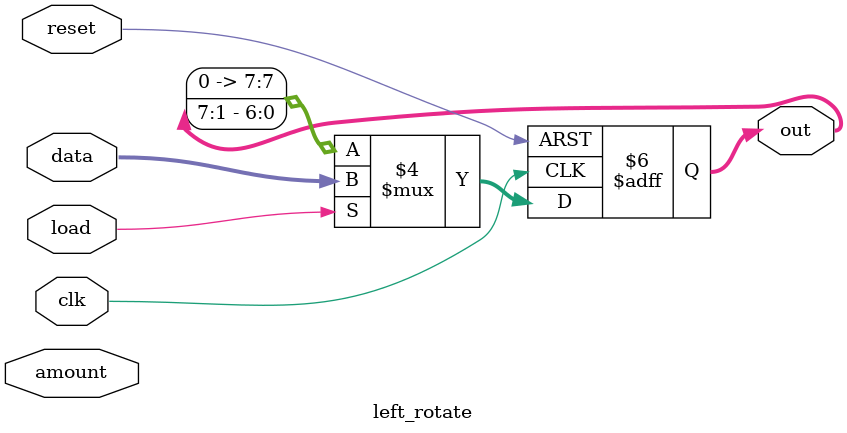
<source format=v>
module left_rotate(clk,reset,amount,data,load,out);
input clk,reset;
input [2:0] amount;
input [7:0] data;
input load;
output reg [7:0] out;
// when load is high, load data to out
// otherwise rotate the out register followed by left shift the out register by amount bits
always @(posedge clk or posedge reset)
begin
	if(reset)
	begin
	// reset condition
	out<=0;
	end
	else if(load)
	begin
	// when load is high, load data to out
	out<=data;
	end
	else begin // not load
	// shift left
	out<={out[0+amount:8],out[7:1]};
	end
end
endmodule

</source>
